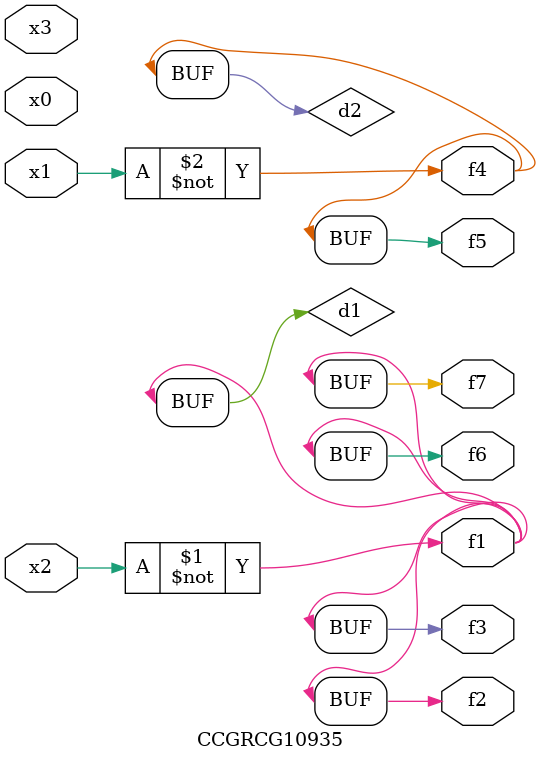
<source format=v>
module CCGRCG10935(
	input x0, x1, x2, x3,
	output f1, f2, f3, f4, f5, f6, f7
);

	wire d1, d2;

	xnor (d1, x2);
	not (d2, x1);
	assign f1 = d1;
	assign f2 = d1;
	assign f3 = d1;
	assign f4 = d2;
	assign f5 = d2;
	assign f6 = d1;
	assign f7 = d1;
endmodule

</source>
